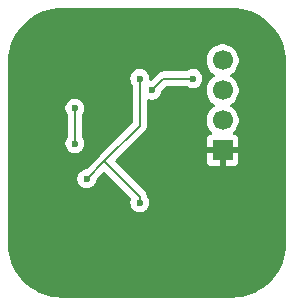
<source format=gbr>
%TF.GenerationSoftware,KiCad,Pcbnew,9.0.6*%
%TF.CreationDate,2026-01-29T18:16:48-08:00*%
%TF.ProjectId,Lab3,4c616233-2e6b-4696-9361-645f70636258,rev?*%
%TF.SameCoordinates,Original*%
%TF.FileFunction,Copper,L2,Bot*%
%TF.FilePolarity,Positive*%
%FSLAX46Y46*%
G04 Gerber Fmt 4.6, Leading zero omitted, Abs format (unit mm)*
G04 Created by KiCad (PCBNEW 9.0.6) date 2026-01-29 18:16:48*
%MOMM*%
%LPD*%
G01*
G04 APERTURE LIST*
%TA.AperFunction,ComponentPad*%
%ADD10R,1.700000X1.700000*%
%TD*%
%TA.AperFunction,ComponentPad*%
%ADD11C,1.700000*%
%TD*%
%TA.AperFunction,ViaPad*%
%ADD12C,0.600000*%
%TD*%
%TA.AperFunction,Conductor*%
%ADD13C,0.200000*%
%TD*%
G04 APERTURE END LIST*
D10*
%TO.P,J1,1,Pin_1*%
%TO.N,GND*%
X180000000Y-69540000D03*
D11*
%TO.P,J1,2,Pin_2*%
%TO.N,unconnected-(J1-Pin_2-Pad2)*%
X180000000Y-67000000D03*
%TO.P,J1,3,Pin_3*%
%TO.N,unconnected-(J1-Pin_3-Pad3)*%
X180000000Y-64460000D03*
%TO.P,J1,4,Pin_4*%
%TO.N,VCC*%
X180000000Y-61920000D03*
%TD*%
D12*
%TO.N,+3V3*%
X173000000Y-63460000D03*
X168500000Y-71960000D03*
X173000000Y-73960000D03*
%TO.N,VCC*%
X174000000Y-64460000D03*
X177500000Y-63460000D03*
%TO.N,Net-(U2-ERR)*%
X167500000Y-68960000D03*
X167500000Y-65960000D03*
%TD*%
D13*
%TO.N,+3V3*%
X173000000Y-67460000D02*
X170000000Y-70460000D01*
X173000000Y-63460000D02*
X173000000Y-67460000D01*
X173000000Y-73460000D02*
X173000000Y-73960000D01*
X170000000Y-70460000D02*
X168500000Y-71960000D01*
X170000000Y-70460000D02*
X173000000Y-73460000D01*
%TO.N,VCC*%
X175000000Y-63460000D02*
X174000000Y-64460000D01*
X177500000Y-63460000D02*
X175000000Y-63460000D01*
%TO.N,Net-(U2-ERR)*%
X167500000Y-65960000D02*
X167500000Y-68960000D01*
%TD*%
%TA.AperFunction,Conductor*%
%TO.N,GND*%
G36*
X180852702Y-57500617D02*
G01*
X181236771Y-57517386D01*
X181247506Y-57518326D01*
X181625971Y-57568152D01*
X181636597Y-57570025D01*
X182009284Y-57652648D01*
X182019710Y-57655442D01*
X182383765Y-57770227D01*
X182393911Y-57773920D01*
X182746578Y-57920000D01*
X182756369Y-57924566D01*
X183094942Y-58100816D01*
X183104310Y-58106224D01*
X183426244Y-58311318D01*
X183435105Y-58317523D01*
X183737930Y-58549889D01*
X183746217Y-58556843D01*
X184027635Y-58814715D01*
X184035284Y-58822364D01*
X184293156Y-59103782D01*
X184300110Y-59112069D01*
X184532476Y-59414894D01*
X184538681Y-59423755D01*
X184743775Y-59745689D01*
X184749183Y-59755057D01*
X184925430Y-60093623D01*
X184930002Y-60103427D01*
X185076075Y-60456078D01*
X185079775Y-60466244D01*
X185194554Y-60830278D01*
X185197354Y-60840727D01*
X185279971Y-61213389D01*
X185281849Y-61224042D01*
X185331671Y-61602473D01*
X185332614Y-61613249D01*
X185349382Y-61997297D01*
X185349500Y-62002706D01*
X185349500Y-77497293D01*
X185349382Y-77502702D01*
X185332614Y-77886750D01*
X185331671Y-77897526D01*
X185281849Y-78275957D01*
X185279971Y-78286610D01*
X185197354Y-78659272D01*
X185194554Y-78669721D01*
X185079775Y-79033755D01*
X185076075Y-79043921D01*
X184930002Y-79396572D01*
X184925430Y-79406376D01*
X184749183Y-79744942D01*
X184743775Y-79754310D01*
X184538681Y-80076244D01*
X184532476Y-80085105D01*
X184300110Y-80387930D01*
X184293156Y-80396217D01*
X184035284Y-80677635D01*
X184027635Y-80685284D01*
X183746217Y-80943156D01*
X183737930Y-80950110D01*
X183435105Y-81182476D01*
X183426244Y-81188681D01*
X183104310Y-81393775D01*
X183094942Y-81399183D01*
X182756376Y-81575430D01*
X182746572Y-81580002D01*
X182393921Y-81726075D01*
X182383755Y-81729775D01*
X182019721Y-81844554D01*
X182009272Y-81847354D01*
X181636610Y-81929971D01*
X181625957Y-81931849D01*
X181247526Y-81981671D01*
X181236750Y-81982614D01*
X180852703Y-81999382D01*
X180847294Y-81999500D01*
X166352706Y-81999500D01*
X166347297Y-81999382D01*
X165963249Y-81982614D01*
X165952473Y-81981671D01*
X165574042Y-81931849D01*
X165563389Y-81929971D01*
X165190727Y-81847354D01*
X165180278Y-81844554D01*
X164816244Y-81729775D01*
X164806078Y-81726075D01*
X164453427Y-81580002D01*
X164443623Y-81575430D01*
X164105057Y-81399183D01*
X164095689Y-81393775D01*
X163773755Y-81188681D01*
X163764894Y-81182476D01*
X163462069Y-80950110D01*
X163453782Y-80943156D01*
X163172364Y-80685284D01*
X163164715Y-80677635D01*
X162906843Y-80396217D01*
X162899889Y-80387930D01*
X162667523Y-80085105D01*
X162661318Y-80076244D01*
X162456224Y-79754310D01*
X162450816Y-79744942D01*
X162274569Y-79406376D01*
X162269997Y-79396572D01*
X162123924Y-79043921D01*
X162120224Y-79033755D01*
X162005442Y-78669710D01*
X162002648Y-78659284D01*
X161920025Y-78286597D01*
X161918152Y-78275971D01*
X161868326Y-77897506D01*
X161867386Y-77886771D01*
X161850618Y-77502702D01*
X161850500Y-77497293D01*
X161850500Y-71881153D01*
X167699500Y-71881153D01*
X167699500Y-72038846D01*
X167730261Y-72193489D01*
X167730264Y-72193501D01*
X167790602Y-72339172D01*
X167790609Y-72339185D01*
X167878210Y-72470288D01*
X167878213Y-72470292D01*
X167989707Y-72581786D01*
X167989711Y-72581789D01*
X168120814Y-72669390D01*
X168120827Y-72669397D01*
X168266498Y-72729735D01*
X168266503Y-72729737D01*
X168421153Y-72760499D01*
X168421156Y-72760500D01*
X168421158Y-72760500D01*
X168578844Y-72760500D01*
X168578845Y-72760499D01*
X168733497Y-72729737D01*
X168879179Y-72669394D01*
X169010289Y-72581789D01*
X169121789Y-72470289D01*
X169209394Y-72339179D01*
X169269737Y-72193497D01*
X169289113Y-72096085D01*
X169300638Y-72038150D01*
X169333023Y-71976239D01*
X169334521Y-71974713D01*
X169912318Y-71396915D01*
X169973641Y-71363431D01*
X170043333Y-71368415D01*
X170087680Y-71396916D01*
X172226447Y-73535683D01*
X172259932Y-73597006D01*
X172254948Y-73666698D01*
X172253328Y-73670814D01*
X172230264Y-73726497D01*
X172230261Y-73726505D01*
X172199500Y-73881153D01*
X172199500Y-74038846D01*
X172230261Y-74193489D01*
X172230264Y-74193501D01*
X172290602Y-74339172D01*
X172290609Y-74339185D01*
X172378210Y-74470288D01*
X172378213Y-74470292D01*
X172489707Y-74581786D01*
X172489711Y-74581789D01*
X172620814Y-74669390D01*
X172620827Y-74669397D01*
X172766498Y-74729735D01*
X172766503Y-74729737D01*
X172921153Y-74760499D01*
X172921156Y-74760500D01*
X172921158Y-74760500D01*
X173078844Y-74760500D01*
X173078845Y-74760499D01*
X173233497Y-74729737D01*
X173379179Y-74669394D01*
X173510289Y-74581789D01*
X173621789Y-74470289D01*
X173709394Y-74339179D01*
X173769737Y-74193497D01*
X173800500Y-74038842D01*
X173800500Y-73881158D01*
X173800500Y-73881155D01*
X173800499Y-73881153D01*
X173769738Y-73726510D01*
X173769737Y-73726505D01*
X173769737Y-73726503D01*
X173714965Y-73594270D01*
X173709397Y-73580827D01*
X173709390Y-73580814D01*
X173621399Y-73449126D01*
X173602533Y-73388874D01*
X173601562Y-73389002D01*
X173600828Y-73383429D01*
X173600521Y-73382448D01*
X173600507Y-73380996D01*
X173600501Y-73380945D01*
X173600501Y-73380943D01*
X173559577Y-73228216D01*
X173559573Y-73228209D01*
X173480524Y-73091290D01*
X173480518Y-73091282D01*
X170936916Y-70547681D01*
X170903431Y-70486358D01*
X170908415Y-70416666D01*
X170936916Y-70372319D01*
X172115746Y-69193489D01*
X173480520Y-67828716D01*
X173559577Y-67691784D01*
X173600501Y-67539057D01*
X173600501Y-67380942D01*
X173600501Y-67373347D01*
X173600500Y-67373329D01*
X173600500Y-65346555D01*
X173620185Y-65279516D01*
X173672989Y-65233761D01*
X173742147Y-65223817D01*
X173760411Y-65228840D01*
X173760676Y-65227969D01*
X173766492Y-65229732D01*
X173766503Y-65229737D01*
X173921153Y-65260499D01*
X173921156Y-65260500D01*
X173921158Y-65260500D01*
X174078844Y-65260500D01*
X174078845Y-65260499D01*
X174233497Y-65229737D01*
X174379179Y-65169394D01*
X174510289Y-65081789D01*
X174621789Y-64970289D01*
X174709394Y-64839179D01*
X174769737Y-64693497D01*
X174800500Y-64538842D01*
X174800638Y-64538150D01*
X174833023Y-64476239D01*
X174834514Y-64474720D01*
X175212417Y-64096819D01*
X175273740Y-64063334D01*
X175300098Y-64060500D01*
X176920234Y-64060500D01*
X176987273Y-64080185D01*
X176989125Y-64081398D01*
X177120814Y-64169390D01*
X177120827Y-64169397D01*
X177266498Y-64229735D01*
X177266503Y-64229737D01*
X177421153Y-64260499D01*
X177421156Y-64260500D01*
X177421158Y-64260500D01*
X177578844Y-64260500D01*
X177578845Y-64260499D01*
X177733497Y-64229737D01*
X177879179Y-64169394D01*
X178010289Y-64081789D01*
X178121789Y-63970289D01*
X178209394Y-63839179D01*
X178269737Y-63693497D01*
X178300500Y-63538842D01*
X178300500Y-63381158D01*
X178300500Y-63381155D01*
X178300499Y-63381153D01*
X178276688Y-63261447D01*
X178269737Y-63226503D01*
X178262256Y-63208443D01*
X178209397Y-63080827D01*
X178209390Y-63080814D01*
X178121789Y-62949711D01*
X178121786Y-62949707D01*
X178010292Y-62838213D01*
X178010288Y-62838210D01*
X177879185Y-62750609D01*
X177879172Y-62750602D01*
X177733501Y-62690264D01*
X177733489Y-62690261D01*
X177578845Y-62659500D01*
X177578842Y-62659500D01*
X177421158Y-62659500D01*
X177421155Y-62659500D01*
X177266510Y-62690261D01*
X177266498Y-62690264D01*
X177120827Y-62750602D01*
X177120814Y-62750609D01*
X176989125Y-62838602D01*
X176922447Y-62859480D01*
X176920234Y-62859500D01*
X175086670Y-62859500D01*
X175086654Y-62859499D01*
X175079058Y-62859499D01*
X174920943Y-62859499D01*
X174844579Y-62879961D01*
X174768214Y-62900423D01*
X174768209Y-62900426D01*
X174631290Y-62979475D01*
X174631282Y-62979481D01*
X174012181Y-63598583D01*
X173950858Y-63632068D01*
X173881166Y-63627084D01*
X173825233Y-63585212D01*
X173800816Y-63519748D01*
X173800500Y-63510902D01*
X173800500Y-63381155D01*
X173800499Y-63381153D01*
X173776688Y-63261447D01*
X173769737Y-63226503D01*
X173762256Y-63208443D01*
X173709397Y-63080827D01*
X173709390Y-63080814D01*
X173621789Y-62949711D01*
X173621786Y-62949707D01*
X173510292Y-62838213D01*
X173510288Y-62838210D01*
X173379185Y-62750609D01*
X173379172Y-62750602D01*
X173233501Y-62690264D01*
X173233489Y-62690261D01*
X173078845Y-62659500D01*
X173078842Y-62659500D01*
X172921158Y-62659500D01*
X172921155Y-62659500D01*
X172766510Y-62690261D01*
X172766498Y-62690264D01*
X172620827Y-62750602D01*
X172620814Y-62750609D01*
X172489711Y-62838210D01*
X172489707Y-62838213D01*
X172378213Y-62949707D01*
X172378210Y-62949711D01*
X172290609Y-63080814D01*
X172290602Y-63080827D01*
X172230264Y-63226498D01*
X172230261Y-63226510D01*
X172199500Y-63381153D01*
X172199500Y-63538846D01*
X172230261Y-63693489D01*
X172230264Y-63693501D01*
X172290602Y-63839172D01*
X172290609Y-63839185D01*
X172378602Y-63970874D01*
X172399480Y-64037551D01*
X172399500Y-64039765D01*
X172399500Y-67159902D01*
X172379815Y-67226941D01*
X172363181Y-67247583D01*
X169631284Y-69979481D01*
X168485339Y-71125425D01*
X168424016Y-71158910D01*
X168421850Y-71159361D01*
X168266508Y-71190261D01*
X168266498Y-71190264D01*
X168120827Y-71250602D01*
X168120814Y-71250609D01*
X167989711Y-71338210D01*
X167989707Y-71338213D01*
X167878213Y-71449707D01*
X167878210Y-71449711D01*
X167790609Y-71580814D01*
X167790602Y-71580827D01*
X167730264Y-71726498D01*
X167730261Y-71726510D01*
X167699500Y-71881153D01*
X161850500Y-71881153D01*
X161850500Y-65881153D01*
X166699500Y-65881153D01*
X166699500Y-66038846D01*
X166730261Y-66193489D01*
X166730264Y-66193501D01*
X166790602Y-66339172D01*
X166790609Y-66339185D01*
X166878602Y-66470874D01*
X166899480Y-66537551D01*
X166899500Y-66539765D01*
X166899500Y-68380234D01*
X166879815Y-68447273D01*
X166878602Y-68449125D01*
X166790609Y-68580814D01*
X166790602Y-68580827D01*
X166730264Y-68726498D01*
X166730261Y-68726510D01*
X166699500Y-68881153D01*
X166699500Y-69038846D01*
X166730261Y-69193489D01*
X166730264Y-69193501D01*
X166790602Y-69339172D01*
X166790609Y-69339185D01*
X166878210Y-69470288D01*
X166878213Y-69470292D01*
X166989707Y-69581786D01*
X166989711Y-69581789D01*
X167120814Y-69669390D01*
X167120827Y-69669397D01*
X167266498Y-69729735D01*
X167266503Y-69729737D01*
X167421153Y-69760499D01*
X167421156Y-69760500D01*
X167421158Y-69760500D01*
X167578844Y-69760500D01*
X167578845Y-69760499D01*
X167733497Y-69729737D01*
X167879179Y-69669394D01*
X168010289Y-69581789D01*
X168121789Y-69470289D01*
X168209394Y-69339179D01*
X168269737Y-69193497D01*
X168300500Y-69038842D01*
X168300500Y-68881158D01*
X168300500Y-68881155D01*
X168300499Y-68881153D01*
X168269738Y-68726510D01*
X168269737Y-68726503D01*
X168269735Y-68726498D01*
X168209397Y-68580827D01*
X168209390Y-68580814D01*
X168121398Y-68449125D01*
X168100520Y-68382447D01*
X168100500Y-68380234D01*
X168100500Y-66539765D01*
X168120185Y-66472726D01*
X168121398Y-66470874D01*
X168209390Y-66339185D01*
X168209390Y-66339184D01*
X168209394Y-66339179D01*
X168269737Y-66193497D01*
X168300500Y-66038842D01*
X168300500Y-65881158D01*
X168300500Y-65881155D01*
X168300499Y-65881153D01*
X168293298Y-65844951D01*
X168269737Y-65726503D01*
X168225421Y-65619514D01*
X168209397Y-65580827D01*
X168209390Y-65580814D01*
X168121789Y-65449711D01*
X168121786Y-65449707D01*
X168010292Y-65338213D01*
X168010288Y-65338210D01*
X167879185Y-65250609D01*
X167879172Y-65250602D01*
X167733501Y-65190264D01*
X167733489Y-65190261D01*
X167578845Y-65159500D01*
X167578842Y-65159500D01*
X167421158Y-65159500D01*
X167421155Y-65159500D01*
X167266510Y-65190261D01*
X167266498Y-65190264D01*
X167120827Y-65250602D01*
X167120814Y-65250609D01*
X166989711Y-65338210D01*
X166989707Y-65338213D01*
X166878213Y-65449707D01*
X166878210Y-65449711D01*
X166790609Y-65580814D01*
X166790602Y-65580827D01*
X166730264Y-65726498D01*
X166730261Y-65726510D01*
X166699500Y-65881153D01*
X161850500Y-65881153D01*
X161850500Y-62002706D01*
X161850618Y-61997297D01*
X161858633Y-61813713D01*
X178649500Y-61813713D01*
X178649500Y-62026286D01*
X178682753Y-62236239D01*
X178748444Y-62438414D01*
X178844951Y-62627820D01*
X178969890Y-62799786D01*
X179120213Y-62950109D01*
X179292182Y-63075050D01*
X179300946Y-63079516D01*
X179351742Y-63127491D01*
X179368536Y-63195312D01*
X179345998Y-63261447D01*
X179300946Y-63300484D01*
X179292182Y-63304949D01*
X179120213Y-63429890D01*
X178969890Y-63580213D01*
X178844951Y-63752179D01*
X178748444Y-63941585D01*
X178682753Y-64143760D01*
X178649500Y-64353713D01*
X178649500Y-64566287D01*
X178682754Y-64776243D01*
X178745803Y-64970288D01*
X178748444Y-64978414D01*
X178844951Y-65167820D01*
X178969890Y-65339786D01*
X179120213Y-65490109D01*
X179292182Y-65615050D01*
X179300946Y-65619516D01*
X179351742Y-65667491D01*
X179368536Y-65735312D01*
X179345998Y-65801447D01*
X179300946Y-65840484D01*
X179292182Y-65844949D01*
X179120213Y-65969890D01*
X178969890Y-66120213D01*
X178844951Y-66292179D01*
X178748444Y-66481585D01*
X178682753Y-66683760D01*
X178649500Y-66893713D01*
X178649500Y-67106287D01*
X178682754Y-67316243D01*
X178701308Y-67373347D01*
X178748444Y-67518414D01*
X178844951Y-67707820D01*
X178969890Y-67879786D01*
X179083818Y-67993714D01*
X179117303Y-68055037D01*
X179112319Y-68124729D01*
X179070447Y-68180662D01*
X179039471Y-68197577D01*
X178907912Y-68246646D01*
X178907906Y-68246649D01*
X178792812Y-68332809D01*
X178792809Y-68332812D01*
X178706649Y-68447906D01*
X178706645Y-68447913D01*
X178656403Y-68582620D01*
X178656401Y-68582627D01*
X178650000Y-68642155D01*
X178650000Y-69290000D01*
X179566988Y-69290000D01*
X179534075Y-69347007D01*
X179500000Y-69474174D01*
X179500000Y-69605826D01*
X179534075Y-69732993D01*
X179566988Y-69790000D01*
X178650000Y-69790000D01*
X178650000Y-70437844D01*
X178656401Y-70497372D01*
X178656403Y-70497379D01*
X178706645Y-70632086D01*
X178706649Y-70632093D01*
X178792809Y-70747187D01*
X178792812Y-70747190D01*
X178907906Y-70833350D01*
X178907913Y-70833354D01*
X179042620Y-70883596D01*
X179042627Y-70883598D01*
X179102155Y-70889999D01*
X179102172Y-70890000D01*
X179750000Y-70890000D01*
X179750000Y-69973012D01*
X179807007Y-70005925D01*
X179934174Y-70040000D01*
X180065826Y-70040000D01*
X180192993Y-70005925D01*
X180250000Y-69973012D01*
X180250000Y-70890000D01*
X180897828Y-70890000D01*
X180897844Y-70889999D01*
X180957372Y-70883598D01*
X180957379Y-70883596D01*
X181092086Y-70833354D01*
X181092093Y-70833350D01*
X181207187Y-70747190D01*
X181207190Y-70747187D01*
X181293350Y-70632093D01*
X181293354Y-70632086D01*
X181343596Y-70497379D01*
X181343598Y-70497372D01*
X181349999Y-70437844D01*
X181350000Y-70437827D01*
X181350000Y-69790000D01*
X180433012Y-69790000D01*
X180465925Y-69732993D01*
X180500000Y-69605826D01*
X180500000Y-69474174D01*
X180465925Y-69347007D01*
X180433012Y-69290000D01*
X181350000Y-69290000D01*
X181350000Y-68642172D01*
X181349999Y-68642155D01*
X181343598Y-68582627D01*
X181343596Y-68582620D01*
X181293354Y-68447913D01*
X181293350Y-68447906D01*
X181207190Y-68332812D01*
X181207187Y-68332809D01*
X181092093Y-68246649D01*
X181092088Y-68246646D01*
X180960528Y-68197577D01*
X180904595Y-68155705D01*
X180880178Y-68090241D01*
X180895030Y-68021968D01*
X180916175Y-67993720D01*
X181030104Y-67879792D01*
X181155051Y-67707816D01*
X181251557Y-67518412D01*
X181317246Y-67316243D01*
X181350500Y-67106287D01*
X181350500Y-66893713D01*
X181317246Y-66683757D01*
X181251557Y-66481588D01*
X181155051Y-66292184D01*
X181155049Y-66292181D01*
X181155048Y-66292179D01*
X181030109Y-66120213D01*
X180879786Y-65969890D01*
X180707820Y-65844951D01*
X180707115Y-65844591D01*
X180699054Y-65840485D01*
X180648259Y-65792512D01*
X180631463Y-65724692D01*
X180653999Y-65658556D01*
X180699054Y-65619515D01*
X180707816Y-65615051D01*
X180754940Y-65580814D01*
X180879786Y-65490109D01*
X180879788Y-65490106D01*
X180879792Y-65490104D01*
X181030104Y-65339792D01*
X181030106Y-65339788D01*
X181030109Y-65339786D01*
X181153902Y-65169397D01*
X181155051Y-65167816D01*
X181251557Y-64978412D01*
X181317246Y-64776243D01*
X181350500Y-64566287D01*
X181350500Y-64353713D01*
X181317246Y-64143757D01*
X181251557Y-63941588D01*
X181155051Y-63752184D01*
X181155049Y-63752181D01*
X181155048Y-63752179D01*
X181030109Y-63580213D01*
X180879786Y-63429890D01*
X180707820Y-63304951D01*
X180707115Y-63304591D01*
X180699054Y-63300485D01*
X180648259Y-63252512D01*
X180631463Y-63184692D01*
X180653999Y-63118556D01*
X180699054Y-63079515D01*
X180707816Y-63075051D01*
X180839358Y-62979481D01*
X180879786Y-62950109D01*
X180879788Y-62950106D01*
X180879792Y-62950104D01*
X181030104Y-62799792D01*
X181030106Y-62799788D01*
X181030109Y-62799786D01*
X181155048Y-62627820D01*
X181155047Y-62627820D01*
X181155051Y-62627816D01*
X181251557Y-62438412D01*
X181317246Y-62236243D01*
X181350500Y-62026287D01*
X181350500Y-61813713D01*
X181317246Y-61603757D01*
X181251557Y-61401588D01*
X181155051Y-61212184D01*
X181155049Y-61212181D01*
X181155048Y-61212179D01*
X181030109Y-61040213D01*
X180879786Y-60889890D01*
X180707820Y-60764951D01*
X180518414Y-60668444D01*
X180518413Y-60668443D01*
X180518412Y-60668443D01*
X180316243Y-60602754D01*
X180316241Y-60602753D01*
X180316240Y-60602753D01*
X180154957Y-60577208D01*
X180106287Y-60569500D01*
X179893713Y-60569500D01*
X179845042Y-60577208D01*
X179683760Y-60602753D01*
X179481585Y-60668444D01*
X179292179Y-60764951D01*
X179120213Y-60889890D01*
X178969890Y-61040213D01*
X178844951Y-61212179D01*
X178748444Y-61401585D01*
X178682753Y-61603760D01*
X178649500Y-61813713D01*
X161858633Y-61813713D01*
X161859082Y-61803432D01*
X161859082Y-61803431D01*
X161867386Y-61613228D01*
X161868326Y-61602495D01*
X161918152Y-61224025D01*
X161920025Y-61213405D01*
X162002649Y-60840709D01*
X162005440Y-60830295D01*
X162120230Y-60466227D01*
X162123917Y-60456095D01*
X162270003Y-60103412D01*
X162274561Y-60093638D01*
X162450822Y-59755045D01*
X162456217Y-59745700D01*
X162661325Y-59423744D01*
X162667515Y-59414905D01*
X162899896Y-59112060D01*
X162906834Y-59103791D01*
X163164726Y-58822352D01*
X163172352Y-58814726D01*
X163453791Y-58556834D01*
X163462060Y-58549896D01*
X163764905Y-58317515D01*
X163773744Y-58311325D01*
X164095700Y-58106217D01*
X164105045Y-58100822D01*
X164443638Y-57924561D01*
X164453412Y-57920003D01*
X164806095Y-57773917D01*
X164816227Y-57770230D01*
X165180295Y-57655440D01*
X165190709Y-57652649D01*
X165563405Y-57570025D01*
X165574025Y-57568152D01*
X165952495Y-57518326D01*
X165963226Y-57517386D01*
X166347297Y-57500617D01*
X166352706Y-57500500D01*
X166415892Y-57500500D01*
X180784108Y-57500500D01*
X180847294Y-57500500D01*
X180852702Y-57500617D01*
G37*
%TD.AperFunction*%
%TD*%
M02*

</source>
